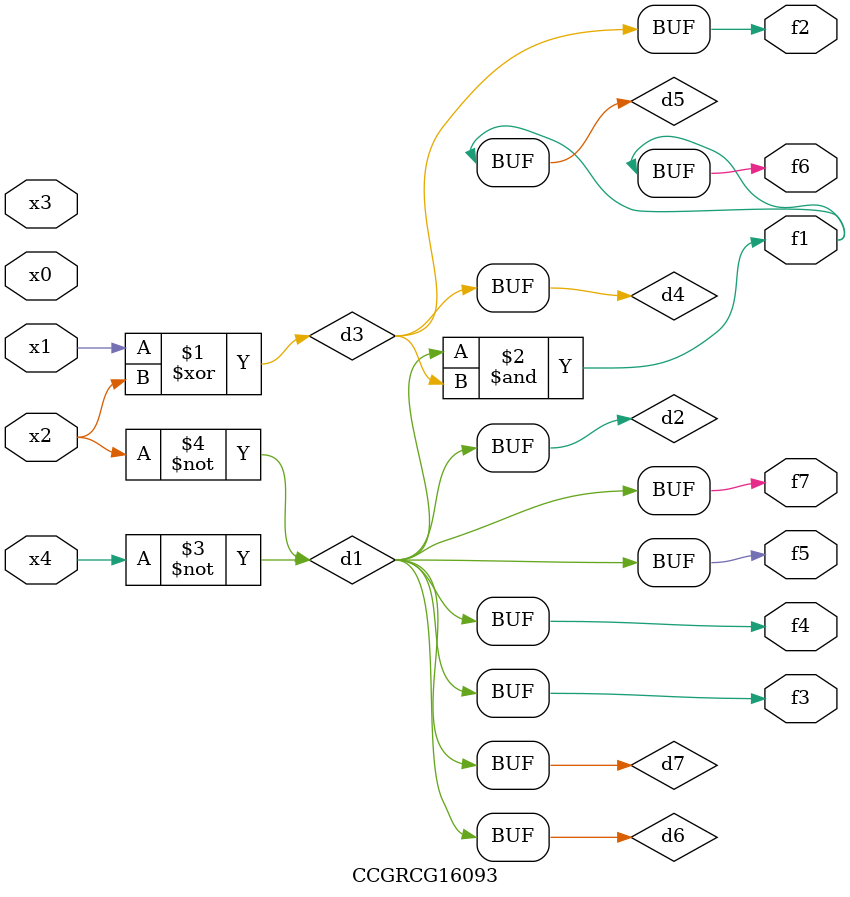
<source format=v>
module CCGRCG16093(
	input x0, x1, x2, x3, x4,
	output f1, f2, f3, f4, f5, f6, f7
);

	wire d1, d2, d3, d4, d5, d6, d7;

	not (d1, x4);
	not (d2, x2);
	xor (d3, x1, x2);
	buf (d4, d3);
	and (d5, d1, d3);
	buf (d6, d1, d2);
	buf (d7, d2);
	assign f1 = d5;
	assign f2 = d4;
	assign f3 = d7;
	assign f4 = d7;
	assign f5 = d7;
	assign f6 = d5;
	assign f7 = d7;
endmodule

</source>
